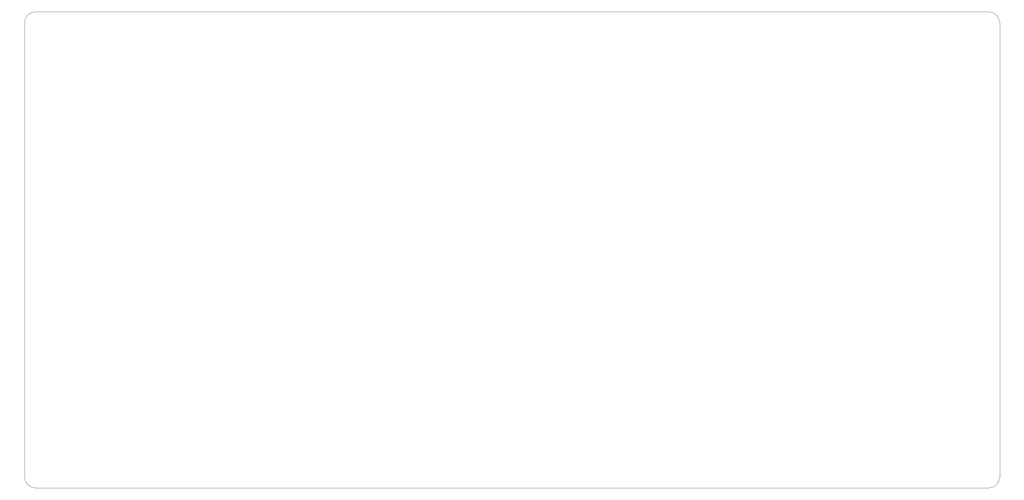
<source format=gbr>
%TF.GenerationSoftware,KiCad,Pcbnew,9.0.6*%
%TF.CreationDate,2025-12-24T08:37:22+01:00*%
%TF.ProjectId,Z80DevBoard,5a383044-6576-4426-9f61-72642e6b6963,rev?*%
%TF.SameCoordinates,Original*%
%TF.FileFunction,Profile,NP*%
%FSLAX46Y46*%
G04 Gerber Fmt 4.6, Leading zero omitted, Abs format (unit mm)*
G04 Created by KiCad (PCBNEW 9.0.6) date 2025-12-24 08:37:22*
%MOMM*%
%LPD*%
G01*
G04 APERTURE LIST*
%TA.AperFunction,Profile*%
%ADD10C,0.050000*%
%TD*%
G04 APERTURE END LIST*
D10*
X257000000Y-41000000D02*
X257000000Y-143000000D01*
X38000000Y-41000000D02*
G75*
G02*
X40500000Y-38500000I2500000J0D01*
G01*
X38000000Y-143000000D02*
X38000000Y-41000000D01*
X40500000Y-145500000D02*
G75*
G02*
X38000000Y-143000000I0J2500000D01*
G01*
X254500000Y-145500000D02*
X40500000Y-145500000D01*
X254500000Y-38500000D02*
G75*
G02*
X257000000Y-41000000I0J-2500000D01*
G01*
X257000000Y-143000000D02*
G75*
G02*
X254500000Y-145500000I-2500000J0D01*
G01*
X40500000Y-38500000D02*
X254500000Y-38500000D01*
M02*

</source>
